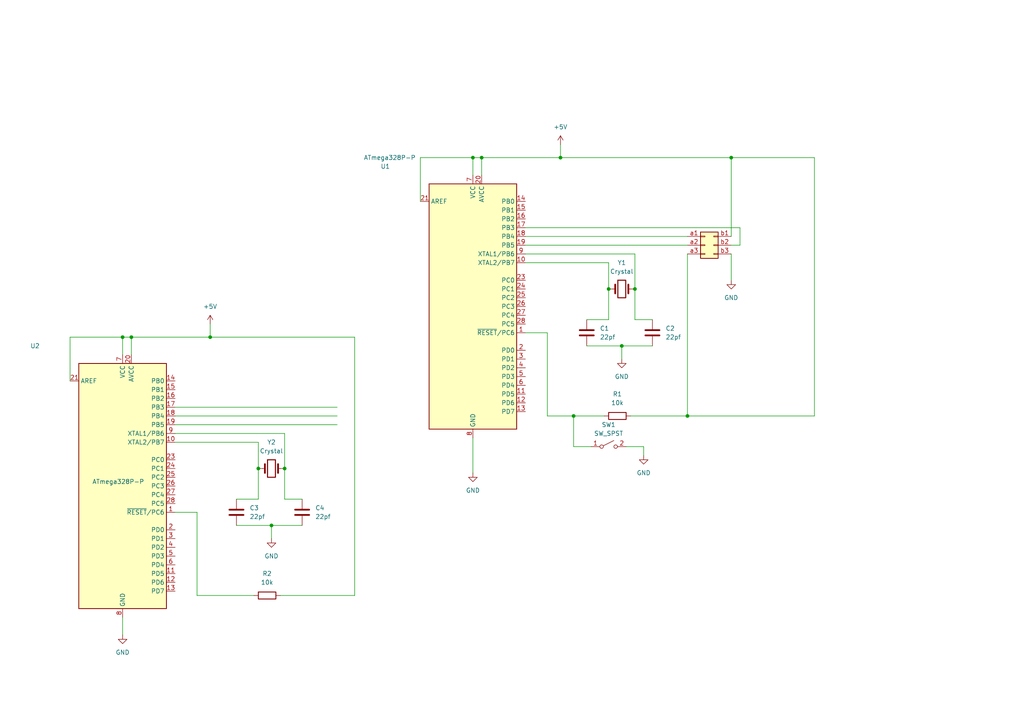
<source format=kicad_sch>
(kicad_sch (version 20230121) (generator eeschema)
  (paper "A4")
  (lib_symbols
    (symbol "Connector_Generic:Conn_02x03_Row_Letter_First" (pin_names (offset 1.016) hide)
      (property "Reference" "J" (at 1.27 5.08 0))
      (property "Value" "Conn_02x03_Row_Letter_First" (at 1.27 -5.08 0))
      (symbol "Conn_02x03_Row_Letter_First_1_1"
        (rectangle (start -1.27 -2.413) (end 0 -2.667) (stroke (width 0.1524)))
        (rectangle (start -1.27 0.127) (end 0 -0.127) (stroke (width 0.1524)))
        (rectangle (start -1.27 2.667) (end 0 2.413) (stroke (width 0.1524)))
        (rectangle (start -1.27 3.81) (end 3.81 -3.81) (stroke (width 0.254)) (fill (type background)))
        (rectangle (start 3.81 -2.413) (end 2.54 -2.667) (stroke (width 0.1524)))
        (rectangle (start 3.81 0.127) (end 2.54 -0.127) (stroke (width 0.1524)))
        (rectangle (start 3.81 2.667) (end 2.54 2.413) (stroke (width 0.1524)))
        (pin passive line (at -5.08 2.54 0) (length 3.81) (name "Pin_a1") (number "a1"))
        (pin passive line (at -5.08 0 0) (length 3.81) (name "Pin_a2") (number "a2"))
        (pin passive line (at -5.08 -2.54 0) (length 3.81) (name "Pin_a3") (number "a3"))
        (pin passive line (at 7.62 2.54 180) (length 3.81) (name "Pin_b1") (number "b1"))
        (pin passive line (at 7.62 0 180) (length 3.81) (name "Pin_b2") (number "b2"))
        (pin passive line (at 7.62 -2.54 180) (length 3.81) (name "Pin_b3") (number "b3"))
      )
    )
    (symbol "Device:C" (pin_numbers hide) (pin_names (offset 0.254))
      (property "Reference" "C" (at 0.635 2.54 0))
      (property "Value" "C" (at 0.635 -2.54 0))
      (symbol "C_0_1"
        (polyline (pts (xy -2.032 -0.762) (xy 2.032 -0.762)) (stroke (width 0.508)))
        (polyline (pts (xy -2.032 0.762) (xy 2.032 0.762)) (stroke (width 0.508)))
      )
      (symbol "C_1_1"
        (pin passive line (at 0 3.81 270) (length 2.794) (name "~") (number "1"))
        (pin passive line (at 0 -3.81 90) (length 2.794) (name "~") (number "2"))
      )
    )
    (symbol "Device:Crystal" (pin_numbers hide) (pin_names (offset 1.016) hide)
      (property "Reference" "Y" (at 0 3.81 0))
      (property "Value" "Crystal" (at 0 -3.81 0))
      (symbol "Crystal_0_1"
        (rectangle (start -1.143 2.54) (end 1.143 -2.54) (stroke (width 0.3048)))
        (polyline (pts (xy -2.54 0) (xy -1.905 0)))
        (polyline (pts (xy -1.905 -1.27) (xy -1.905 1.27)) (stroke (width 0.508)))
        (polyline (pts (xy 1.905 -1.27) (xy 1.905 1.27)) (stroke (width 0.508)))
        (polyline (pts (xy 2.54 0) (xy 1.905 0)))
      )
      (symbol "Crystal_1_1"
        (pin passive line (at -3.81 0 0) (length 1.27) (name "1") (number "1"))
        (pin passive line (at 3.81 0 180) (length 1.27) (name "2") (number "2"))
      )
    )
    (symbol "Device:R" (pin_numbers hide) (pin_names (offset 0))
      (property "Reference" "R" (at 2.032 0 90))
      (property "Value" "R" (at 0 0 90))
      (symbol "R_0_1"
        (rectangle (start -1.016 -2.54) (end 1.016 2.54) (stroke (width 0.254)))
      )
      (symbol "R_1_1"
        (pin passive line (at 0 3.81 270) (length 1.27) (name "~") (number "1"))
        (pin passive line (at 0 -3.81 90) (length 1.27) (name "~") (number "2"))
      )
    )
    (symbol "MCU_Microchip_ATmega:ATmega328P-P"
      (property "Reference" "U" (at -12.7 36.83 0))
      (property "Value" "ATmega328P-P" (at 2.54 -36.83 0))
      (symbol "ATmega328P-P_0_1"
        (rectangle (start -12.7 -35.56) (end 12.7 35.56) (stroke (width 0.254)) (fill (type background)))
      )
      (symbol "ATmega328P-P_1_1"
        (pin bidirectional line (at 15.24 -7.62 180) (length 2.54) (name "~{RESET}/PC6") (number "1"))
        (pin bidirectional line (at 15.24 12.7 180) (length 2.54) (name "XTAL2/PB7") (number "10"))
        (pin bidirectional line (at 15.24 -25.4 180) (length 2.54) (name "PD5") (number "11"))
        (pin bidirectional line (at 15.24 -27.94 180) (length 2.54) (name "PD6") (number "12"))
        (pin bidirectional line (at 15.24 -30.48 180) (length 2.54) (name "PD7") (number "13"))
        (pin bidirectional line (at 15.24 30.48 180) (length 2.54) (name "PB0") (number "14"))
        (pin bidirectional line (at 15.24 27.94 180) (length 2.54) (name "PB1") (number "15"))
        (pin bidirectional line (at 15.24 25.4 180) (length 2.54) (name "PB2") (number "16"))
        (pin bidirectional line (at 15.24 22.86 180) (length 2.54) (name "PB3") (number "17"))
        (pin bidirectional line (at 15.24 20.32 180) (length 2.54) (name "PB4") (number "18"))
        (pin bidirectional line (at 15.24 17.78 180) (length 2.54) (name "PB5") (number "19"))
        (pin bidirectional line (at 15.24 -12.7 180) (length 2.54) (name "PD0") (number "2"))
        (pin power_in line (at 2.54 38.1 270) (length 2.54) (name "AVCC") (number "20"))
        (pin passive line (at -15.24 30.48 0) (length 2.54) (name "AREF") (number "21"))
        (pin passive line (at 0 -38.1 90) (length 2.54) hide (name "GND") (number "22"))
        (pin bidirectional line (at 15.24 7.62 180) (length 2.54) (name "PC0") (number "23"))
        (pin bidirectional line (at 15.24 5.08 180) (length 2.54) (name "PC1") (number "24"))
        (pin bidirectional line (at 15.24 2.54 180) (length 2.54) (name "PC2") (number "25"))
        (pin bidirectional line (at 15.24 0 180) (length 2.54) (name "PC3") (number "26"))
        (pin bidirectional line (at 15.24 -2.54 180) (length 2.54) (name "PC4") (number "27"))
        (pin bidirectional line (at 15.24 -5.08 180) (length 2.54) (name "PC5") (number "28"))
        (pin bidirectional line (at 15.24 -15.24 180) (length 2.54) (name "PD1") (number "3"))
        (pin bidirectional line (at 15.24 -17.78 180) (length 2.54) (name "PD2") (number "4"))
        (pin bidirectional line (at 15.24 -20.32 180) (length 2.54) (name "PD3") (number "5"))
        (pin bidirectional line (at 15.24 -22.86 180) (length 2.54) (name "PD4") (number "6"))
        (pin power_in line (at 0 38.1 270) (length 2.54) (name "VCC") (number "7"))
        (pin power_in line (at 0 -38.1 90) (length 2.54) (name "GND") (number "8"))
        (pin bidirectional line (at 15.24 15.24 180) (length 2.54) (name "XTAL1/PB6") (number "9"))
      )
    )
    (symbol "Switch:SW_SPST" (pin_names (offset 0) hide)
      (property "Reference" "SW" (at 0 3.175 0))
      (property "Value" "SW_SPST" (at 0 -2.54 0))
      (symbol "SW_SPST_0_0"
        (circle (center -2.032 0) (radius 0.508))
        (polyline (pts (xy -1.524 0.254) (xy 1.524 1.778)))
        (circle (center 2.032 0) (radius 0.508))
      )
      (symbol "SW_SPST_1_1"
        (pin passive line (at -5.08 0 0) (length 2.54) (name "A") (number "1"))
        (pin passive line (at 5.08 0 180) (length 2.54) (name "B") (number "2"))
      )
    )
    (symbol "power:+5V" (power) (pin_names (offset 0))
      (property "Value" "+5V" (at 0 3.556 0))
      (symbol "+5V_0_1"
        (polyline (pts (xy -0.762 1.27) (xy 0 2.54)))
        (polyline (pts (xy 0 0) (xy 0 2.54)))
        (polyline (pts (xy 0 2.54) (xy 0.762 1.27)))
      )
      (symbol "+5V_1_1"
        (pin power_in line (at 0 0 90) (length 0) hide (name "+5V") (number "1"))
      )
    )
    (symbol "power:GND" (power) (pin_names (offset 0))
      (property "Value" "GND" (at 0 -3.81 0))
      (symbol "GND_0_1"
        (polyline (pts (xy 0 0) (xy 0 -1.27) (xy 1.27 -1.27) (xy 0 -2.54) (xy -1.27 -1.27) (xy 0 -1.27)))
      )
      (symbol "GND_1_1"
        (pin power_in line (at 0 0 270) (length 0) hide (name "GND") (number "1"))
      )
    )
  )
  (junction (at 199.39 120.65))
  (junction (at 137.16 45.72))
  (junction (at 180.34 100.33))
  (junction (at 162.56 45.72))
  (junction (at 166.37 120.65))
  (junction (at 78.74 152.4))
  (junction (at 176.53 83.82))
  (junction (at 60.96 97.79))
  (junction (at 38.1 97.79))
  (junction (at 184.15 83.82))
  (junction (at 139.7 45.72))
  (junction (at 212.09 45.72))
  (junction (at 74.93 135.89))
  (junction (at 35.56 97.79))
  (junction (at 82.55 135.89))
  (wire (pts (xy 212.09 68.58) (xy 212.09 45.72)))
  (wire (pts (xy 212.09 73.66) (xy 212.09 81.28)))
  (wire (pts (xy 38.1 97.79) (xy 60.96 97.79)))
  (wire (pts (xy 184.15 92.71) (xy 189.23 92.71)))
  (wire (pts (xy 137.16 45.72) (xy 137.16 50.8)))
  (wire (pts (xy 121.92 45.72) (xy 137.16 45.72)))
  (wire (pts (xy 102.87 97.79) (xy 102.87 172.72)))
  (wire (pts (xy 57.15 148.59) (xy 50.8 148.59)))
  (wire (pts (xy 176.53 92.71) (xy 176.53 83.82)))
  (wire (pts (xy 50.8 120.65) (xy 97.79 120.65)))
  (wire (pts (xy 158.75 120.65) (xy 166.37 120.65)))
  (wire (pts (xy 68.58 144.78) (xy 74.93 144.78)))
  (wire (pts (xy 180.34 100.33) (xy 180.34 104.14)))
  (wire (pts (xy 162.56 45.72) (xy 212.09 45.72)))
  (wire (pts (xy 82.55 125.73) (xy 82.55 135.89)))
  (wire (pts (xy 121.92 58.42) (xy 121.92 45.72)))
  (wire (pts (xy 60.96 93.98) (xy 60.96 97.79)))
  (wire (pts (xy 57.15 172.72) (xy 57.15 148.59)))
  (wire (pts (xy 199.39 73.66) (xy 199.39 120.65)))
  (wire (pts (xy 35.56 97.79) (xy 35.56 102.87)))
  (wire (pts (xy 162.56 41.91) (xy 162.56 45.72)))
  (wire (pts (xy 171.45 129.54) (xy 166.37 129.54)))
  (wire (pts (xy 158.75 96.52) (xy 152.4 96.52)))
  (wire (pts (xy 184.15 92.71) (xy 184.15 83.82)))
  (wire (pts (xy 20.32 110.49) (xy 20.32 97.79)))
  (wire (pts (xy 74.93 144.78) (xy 74.93 135.89)))
  (wire (pts (xy 68.58 152.4) (xy 78.74 152.4)))
  (wire (pts (xy 35.56 97.79) (xy 38.1 97.79)))
  (wire (pts (xy 182.88 120.65) (xy 199.39 120.65)))
  (wire (pts (xy 152.4 71.12) (xy 199.39 71.12)))
  (wire (pts (xy 170.18 100.33) (xy 180.34 100.33)))
  (wire (pts (xy 35.56 179.07) (xy 35.56 184.15)))
  (wire (pts (xy 82.55 144.78) (xy 82.55 135.89)))
  (wire (pts (xy 137.16 45.72) (xy 139.7 45.72)))
  (wire (pts (xy 50.8 125.73) (xy 82.55 125.73)))
  (wire (pts (xy 170.18 92.71) (xy 176.53 92.71)))
  (wire (pts (xy 57.15 172.72) (xy 73.66 172.72)))
  (wire (pts (xy 50.8 118.11) (xy 97.79 118.11)))
  (wire (pts (xy 189.23 100.33) (xy 180.34 100.33)))
  (wire (pts (xy 152.4 76.2) (xy 176.53 76.2)))
  (wire (pts (xy 152.4 68.58) (xy 199.39 68.58)))
  (wire (pts (xy 74.93 128.27) (xy 74.93 135.89)))
  (wire (pts (xy 214.63 66.04) (xy 214.63 71.12)))
  (wire (pts (xy 186.69 129.54) (xy 186.69 132.08)))
  (wire (pts (xy 236.22 45.72) (xy 212.09 45.72)))
  (wire (pts (xy 152.4 73.66) (xy 184.15 73.66)))
  (wire (pts (xy 139.7 45.72) (xy 162.56 45.72)))
  (wire (pts (xy 176.53 76.2) (xy 176.53 83.82)))
  (wire (pts (xy 50.8 123.19) (xy 97.79 123.19)))
  (wire (pts (xy 20.32 97.79) (xy 35.56 97.79)))
  (wire (pts (xy 181.61 129.54) (xy 186.69 129.54)))
  (wire (pts (xy 82.55 144.78) (xy 87.63 144.78)))
  (wire (pts (xy 166.37 120.65) (xy 175.26 120.65)))
  (wire (pts (xy 158.75 120.65) (xy 158.75 96.52)))
  (wire (pts (xy 87.63 152.4) (xy 78.74 152.4)))
  (wire (pts (xy 184.15 73.66) (xy 184.15 83.82)))
  (wire (pts (xy 199.39 120.65) (xy 236.22 120.65)))
  (wire (pts (xy 50.8 128.27) (xy 74.93 128.27)))
  (wire (pts (xy 81.28 172.72) (xy 102.87 172.72)))
  (wire (pts (xy 166.37 129.54) (xy 166.37 120.65)))
  (wire (pts (xy 212.09 71.12) (xy 214.63 71.12)))
  (wire (pts (xy 60.96 97.79) (xy 102.87 97.79)))
  (wire (pts (xy 78.74 152.4) (xy 78.74 156.21)))
  (wire (pts (xy 236.22 45.72) (xy 236.22 120.65)))
  (wire (pts (xy 139.7 45.72) (xy 139.7 50.8)))
  (wire (pts (xy 137.16 127) (xy 137.16 137.16)))
  (wire (pts (xy 38.1 97.79) (xy 38.1 102.87)))
  (wire (pts (xy 152.4 66.04) (xy 214.63 66.04)))
  (symbol (lib_id "power:GND") (at 35.56 184.15 0) (unit 1)
    (property "Reference" "#PWR06" (effects hide))
    (property "Value" "GND" (at 35.56 189.23 0))
  )
  (symbol (lib_id "power:GND") (at 212.09 81.28 0) (unit 1)
    (property "Reference" "#PWR04" (effects hide))
    (property "Value" "GND" (at 212.09 86.36 0))
  )
  (symbol (lib_id "MCU_Microchip_ATmega:ATmega328P-P") (at 137.16 88.9 0) (unit 1)
    (property "Reference" "U1" (at 111.76 48.26 0))
    (property "Value" "ATmega328P-P" (at 113.03 45.72 0))
    (property "Footprint" "Package_DIP:DIP-28_W7.62mm" (effects hide))
    (property "Datasheet" "http://ww1.microchip.com/downloads/en/DeviceDoc/ATmega328_P%20AVR%20MCU%20with%20picoPower%20Technology%20Data%20Sheet%2040001984A.pdf" (effects hide))
  )
  (symbol (lib_id "Device:R") (at 179.07 120.65 270) (unit 1)
    (property "Reference" "R1" (at 179.07 114.3 90))
    (property "Value" "10k" (at 179.07 116.84 90))
    (property "Footprint" "Resistor_THT:R_Axial_DIN0207_L6.3mm_D2.5mm_P2.54mm_Vertical" (effects hide))
  )
  (symbol (lib_id "Device:Crystal") (at 180.34 83.82 0) (unit 1)
    (property "Reference" "Y1" (at 180.34 76.2 0))
    (property "Value" "Crystal" (at 180.34 78.74 0))
    (property "Footprint" "Crystal:Crystal_HC49-4H_Vertical" (effects hide))
  )
  (symbol (lib_id "power:GND") (at 137.16 137.16 0) (unit 1)
    (property "Reference" "#PWR02" (effects hide))
    (property "Value" "GND" (at 137.16 142.24 0))
  )
  (symbol (lib_id "Device:C") (at 68.58 148.59 0) (unit 1)
    (property "Reference" "C3" (at 72.39 147.32 0) (effects (justify left)))
    (property "Value" "22pf" (at 72.39 149.86 0) (effects (justify left)))
    (property "Footprint" "Capacitor_THT:C_Disc_D4.3mm_W1.9mm_P5.00mm" (effects hide))
  )
  (symbol (lib_id "Device:C") (at 87.63 148.59 0) (unit 1)
    (property "Reference" "C4" (at 91.44 147.32 0) (effects (justify left)))
    (property "Value" "22pf" (at 91.44 149.86 0) (effects (justify left)))
    (property "Footprint" "Capacitor_THT:C_Disc_D4.3mm_W1.9mm_P5.00mm" (effects hide))
  )
  (symbol (lib_id "MCU_Microchip_ATmega:ATmega328P-P") (at 35.56 140.97 0) (unit 1)
    (property "Reference" "U2" (at 10.16 100.33 0))
    (property "Value" "ATmega328P-P" (at 34.29 139.7 0))
    (property "Footprint" "Package_DIP:DIP-28_W7.62mm" (effects hide))
    (property "Datasheet" "http://ww1.microchip.com/downloads/en/DeviceDoc/ATmega328_P%20AVR%20MCU%20with%20picoPower%20Technology%20Data%20Sheet%2040001984A.pdf" (effects hide))
  )
  (symbol (lib_id "Device:Crystal") (at 78.74 135.89 0) (unit 1)
    (property "Reference" "Y2" (at 78.74 128.27 0))
    (property "Value" "Crystal" (at 78.74 130.81 0))
    (property "Footprint" "Crystal:Crystal_HC49-4H_Vertical" (effects hide))
  )
  (symbol (lib_id "Switch:SW_SPST") (at 176.53 129.54 0) (unit 1)
    (property "Reference" "SW1" (at 176.53 123.19 0))
    (property "Value" "SW_SPST" (at 176.53 125.73 0))
    (property "Footprint" "Button_Switch_THT:SW_PUSH_6mm_H4.3mm" (effects hide))
  )
  (symbol (lib_id "power:GND") (at 186.69 132.08 0) (unit 1)
    (property "Reference" "#PWR05" (effects hide))
    (property "Value" "GND" (at 186.69 137.16 0))
  )
  (symbol (lib_id "power:+5V") (at 60.96 93.98 0) (unit 1)
    (property "Reference" "#PWR07" (effects hide))
    (property "Value" "+5V" (at 60.96 88.9 0))
  )
  (symbol (lib_id "Device:C") (at 189.23 96.52 0) (unit 1)
    (property "Reference" "C2" (at 193.04 95.25 0) (effects (justify left)))
    (property "Value" "22pf" (at 193.04 97.79 0) (effects (justify left)))
    (property "Footprint" "Capacitor_THT:C_Disc_D4.3mm_W1.9mm_P5.00mm" (effects hide))
  )
  (symbol (lib_id "power:GND") (at 180.34 104.14 0) (unit 1)
    (property "Reference" "#PWR01" (effects hide))
    (property "Value" "GND" (at 180.34 109.22 0))
  )
  (symbol (lib_id "Device:R") (at 77.47 172.72 270) (unit 1)
    (property "Reference" "R2" (at 77.47 166.37 90))
    (property "Value" "10k" (at 77.47 168.91 90))
    (property "Footprint" "Resistor_THT:R_Axial_DIN0207_L6.3mm_D2.5mm_P2.54mm_Vertical" (effects hide))
  )
  (symbol (lib_id "Device:C") (at 170.18 96.52 0) (unit 1)
    (property "Reference" "C1" (at 173.99 95.25 0) (effects (justify left)))
    (property "Value" "22pf" (at 173.99 97.79 0) (effects (justify left)))
    (property "Footprint" "Capacitor_THT:C_Disc_D4.3mm_W1.9mm_P5.00mm" (effects hide))
  )
  (symbol (lib_id "power:GND") (at 78.74 156.21 0) (unit 1)
    (property "Reference" "#PWR08" (effects hide))
    (property "Value" "GND" (at 78.74 161.29 0))
  )
  (symbol (lib_id "Connector_Generic:Conn_02x03_Row_Letter_First") (at 204.47 71.12 0) (unit 1)
    (property "Reference" "J2" (effects hide))
    (property "Value" "Conn_02x03_Row_Letter_First" (effects hide))
    (property "Footprint" "Connector_PinHeader_2.54mm:PinHeader_2x03_P2.54mm_Vertical" (effects hide))
  )
  (symbol (lib_id "power:+5V") (at 162.56 41.91 0) (unit 1)
    (property "Reference" "#PWR03" (effects hide))
    (property "Value" "+5V" (at 162.56 36.83 0))
  )
)
</source>
